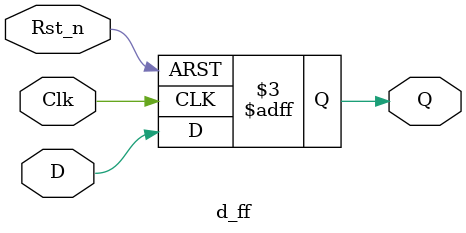
<source format=v>
module d_ff(
    input D,
    input Clk,
    input Rst_n,   // async active-low reset
    output reg Q
);
    always @(posedge Clk or negedge Rst_n) begin
        if (!Rst_n) Q <= 1'b0;
        else Q <= D;
    end
endmodule

</source>
